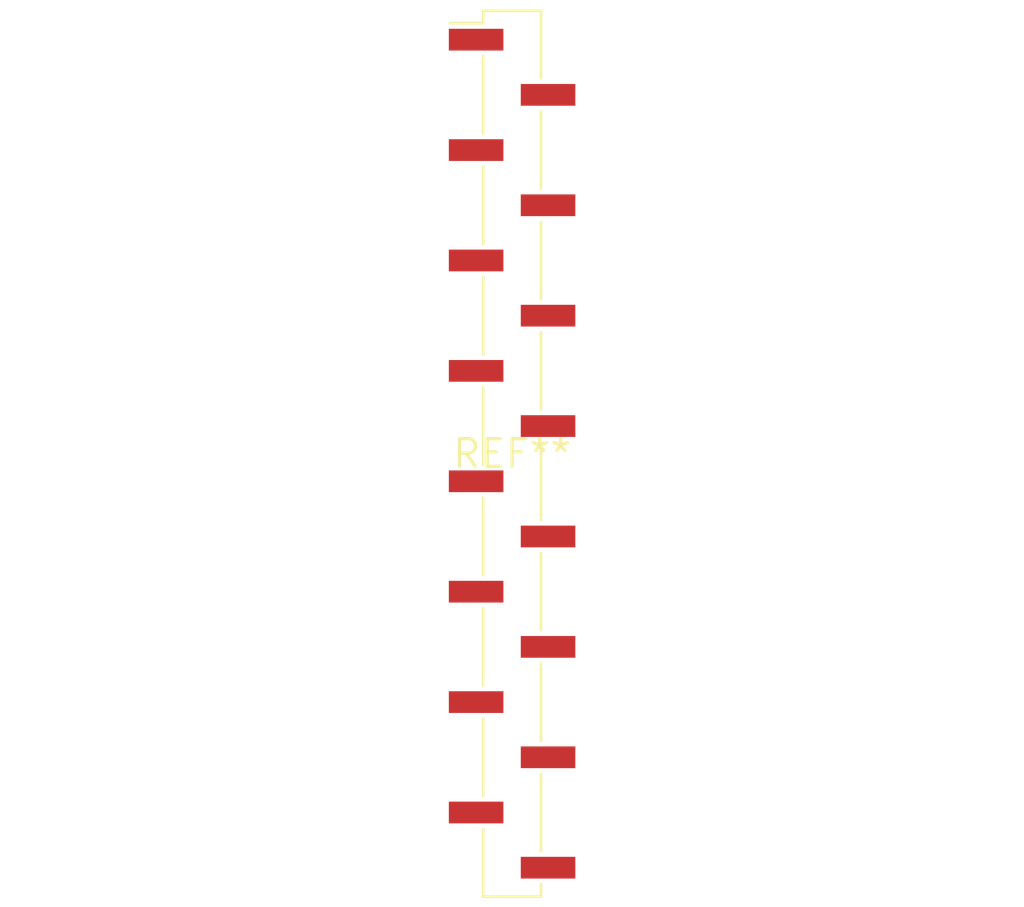
<source format=kicad_pcb>
(kicad_pcb (version 20240108) (generator pcbnew)
  (layers (0 "F.Cu" signal) (31 "B.Cu" signal) (34 "B.Paste" user) (35 "F.Paste" user) (36 "B.SilkS" user "B.Silkscreen") (37 "F.SilkS" user "F.Silkscreen") (38 "B.Mask" user) (39 "F.Mask" user) (44 "Edge.Cuts" user))
  (net 0 "")
  (footprint "PinHeader_1x16_P2.54mm_Vertical_SMD_Pin1Left" (layer "F.Cu") (at 0 0)
    (property "Reference" "REF**")
    (property "Value" "PinHeader_1x16_P2.54mm_Vertical_SMD_Pin1Left")
    (fp_line (start -1.33 -20.38) (end -1.33 -19.81) (layer "F.SilkS") (stroke (width 0.12)))
    (fp_line (start -1.33 -20.38) (end 1.33 -20.38) (layer "F.SilkS") (stroke (width 0.12)))
    (fp_line (start -1.33 -19.81) (end -2.85 -19.81) (layer "F.SilkS") (stroke (width 0.12)))
    (fp_line (start -1.33 -18.29) (end -1.33 -14.73) (layer "F.SilkS") (stroke (width 0.12)))
    (fp_line (start -1.33 -13.21) (end -1.33 -9.65) (layer "F.SilkS") (stroke (width 0.12)))
    (fp_line (start -1.33 -8.13) (end -1.33 -4.57) (layer "F.SilkS") (stroke (width 0.12)))
    (fp_line (start -1.33 -3.05) (end -1.33 0.51) (layer "F.SilkS") (stroke (width 0.12)))
    (fp_line (start -1.33 2.03) (end -1.33 5.59) (layer "F.SilkS") (stroke (width 0.12)))
    (fp_line (start -1.33 7.11) (end -1.33 10.67) (layer "F.SilkS") (stroke (width 0.12)))
    (fp_line (start -1.33 12.19) (end -1.33 15.75) (layer "F.SilkS") (stroke (width 0.12)))
    (fp_line (start -1.33 17.27) (end -1.33 20.38) (layer "F.SilkS") (stroke (width 0.12)))
    (fp_line (start -1.33 20.38) (end 1.33 20.38) (layer "F.SilkS") (stroke (width 0.12)))
    (fp_line (start 1.33 -20.38) (end 1.33 -17.27) (layer "F.SilkS") (stroke (width 0.12)))
    (fp_line (start 1.33 -15.75) (end 1.33 -12.19) (layer "F.SilkS") (stroke (width 0.12)))
    (fp_line (start 1.33 -10.67) (end 1.33 -7.11) (layer "F.SilkS") (stroke (width 0.12)))
    (fp_line (start 1.33 -5.59) (end 1.33 -2.03) (layer "F.SilkS") (stroke (width 0.12)))
    (fp_line (start 1.33 -0.51) (end 1.33 3.05) (layer "F.SilkS") (stroke (width 0.12)))
    (fp_line (start 1.33 4.57) (end 1.33 8.13) (layer "F.SilkS") (stroke (width 0.12)))
    (fp_line (start 1.33 9.65) (end 1.33 13.21) (layer "F.SilkS") (stroke (width 0.12)))
    (fp_line (start 1.33 14.73) (end 1.33 18.29) (layer "F.SilkS") (stroke (width 0.12)))
    (fp_line (start 1.33 19.81) (end 1.33 20.38) (layer "F.SilkS") (stroke (width 0.12)))
    (pad "1" smd rect (at -1.655 -19.05) (size 2.51 1) (layers "F.Cu" "F.Paste" "F.Mask"))
    (pad "2" smd rect (at 1.655 -16.51) (size 2.51 1) (layers "F.Cu" "F.Paste" "F.Mask"))
    (pad "3" smd rect (at -1.655 -13.97) (size 2.51 1) (layers "F.Cu" "F.Paste" "F.Mask"))
    (pad "4" smd rect (at 1.655 -11.43) (size 2.51 1) (layers "F.Cu" "F.Paste" "F.Mask"))
    (pad "5" smd rect (at -1.655 -8.89) (size 2.51 1) (layers "F.Cu" "F.Paste" "F.Mask"))
    (pad "6" smd rect (at 1.655 -6.35) (size 2.51 1) (layers "F.Cu" "F.Paste" "F.Mask"))
    (pad "7" smd rect (at -1.655 -3.81) (size 2.51 1) (layers "F.Cu" "F.Paste" "F.Mask"))
    (pad "8" smd rect (at 1.655 -1.27) (size 2.51 1) (layers "F.Cu" "F.Paste" "F.Mask"))
    (pad "9" smd rect (at -1.655 1.27) (size 2.51 1) (layers "F.Cu" "F.Paste" "F.Mask"))
    (pad "10" smd rect (at 1.655 3.81) (size 2.51 1) (layers "F.Cu" "F.Paste" "F.Mask"))
    (pad "11" smd rect (at -1.655 6.35) (size 2.51 1) (layers "F.Cu" "F.Paste" "F.Mask"))
    (pad "12" smd rect (at 1.655 8.89) (size 2.51 1) (layers "F.Cu" "F.Paste" "F.Mask"))
    (pad "13" smd rect (at -1.655 11.43) (size 2.51 1) (layers "F.Cu" "F.Paste" "F.Mask"))
    (pad "14" smd rect (at 1.655 13.97) (size 2.51 1) (layers "F.Cu" "F.Paste" "F.Mask"))
    (pad "15" smd rect (at -1.655 16.51) (size 2.51 1) (layers "F.Cu" "F.Paste" "F.Mask"))
    (pad "16" smd rect (at 1.655 19.05) (size 2.51 1) (layers "F.Cu" "F.Paste" "F.Mask"))
  )
)
</source>
